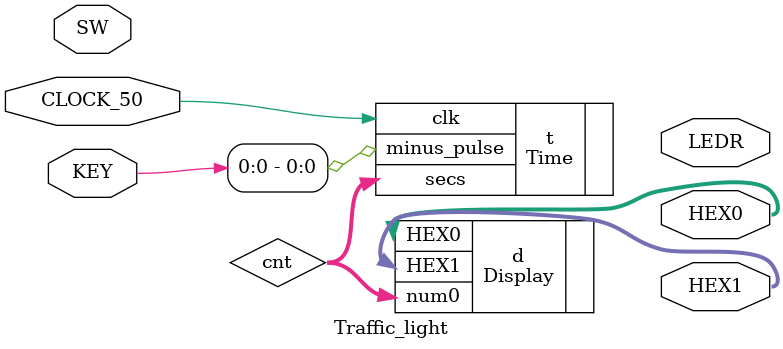
<source format=v>
module Traffic_light(input CLOCK_50, input [3:0]KEY, input [9:0]SW, output [6:0]HEX0, HEX1, output [9:0] LEDR);


wire [7:0] cnt;

	Time #(.MAX(10))
	 t(.clk(CLOCK_50), .minus_pulse(KEY[0]), .secs(cnt));
	
	Display 
		d(.num0(cnt), .HEX0(HEX0), .HEX1(HEX1));

	endmodule
	
	
	

	
	
	
	
	
	
	
	
	
	
	

</source>
